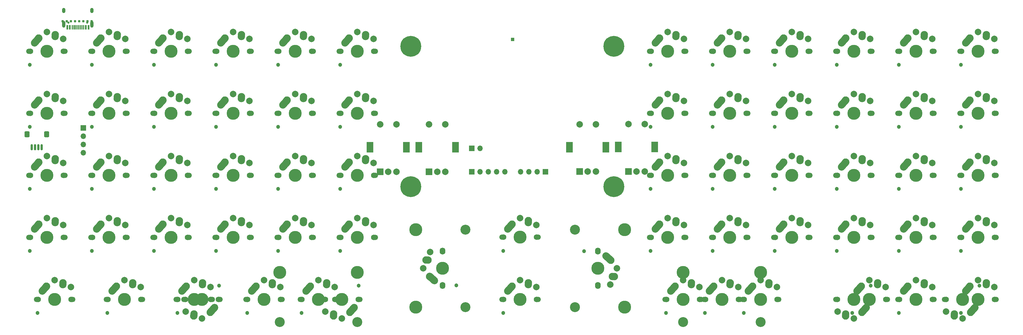
<source format=gbr>
%TF.GenerationSoftware,KiCad,Pcbnew,7.0.7*%
%TF.CreationDate,2023-09-28T00:00:25+02:00*%
%TF.ProjectId,32u4,33327534-2e6b-4696-9361-645f70636258,rev?*%
%TF.SameCoordinates,Original*%
%TF.FileFunction,Soldermask,Bot*%
%TF.FilePolarity,Negative*%
%FSLAX46Y46*%
G04 Gerber Fmt 4.6, Leading zero omitted, Abs format (unit mm)*
G04 Created by KiCad (PCBNEW 7.0.7) date 2023-09-28 00:00:25*
%MOMM*%
%LPD*%
G01*
G04 APERTURE LIST*
G04 Aperture macros list*
%AMRoundRect*
0 Rectangle with rounded corners*
0 $1 Rounding radius*
0 $2 $3 $4 $5 $6 $7 $8 $9 X,Y pos of 4 corners*
0 Add a 4 corners polygon primitive as box body*
4,1,4,$2,$3,$4,$5,$6,$7,$8,$9,$2,$3,0*
0 Add four circle primitives for the rounded corners*
1,1,$1+$1,$2,$3*
1,1,$1+$1,$4,$5*
1,1,$1+$1,$6,$7*
1,1,$1+$1,$8,$9*
0 Add four rect primitives between the rounded corners*
20,1,$1+$1,$2,$3,$4,$5,0*
20,1,$1+$1,$4,$5,$6,$7,0*
20,1,$1+$1,$6,$7,$8,$9,0*
20,1,$1+$1,$8,$9,$2,$3,0*%
%AMHorizOval*
0 Thick line with rounded ends*
0 $1 width*
0 $2 $3 position (X,Y) of the first rounded end (center of the circle)*
0 $4 $5 position (X,Y) of the second rounded end (center of the circle)*
0 Add line between two ends*
20,1,$1,$2,$3,$4,$5,0*
0 Add two circle primitives to create the rounded ends*
1,1,$1,$2,$3*
1,1,$1,$4,$5*%
G04 Aperture macros list end*
%ADD10C,1.700000*%
%ADD11C,1.200000*%
%ADD12C,1.750000*%
%ADD13C,3.987800*%
%ADD14HorizOval,2.250000X0.019771X0.290016X-0.019771X-0.290016X0*%
%ADD15C,2.250000*%
%ADD16C,2.000000*%
%ADD17HorizOval,2.250000X0.654995X0.730004X-0.654995X-0.730004X0*%
%ADD18C,0.800000*%
%ADD19C,6.400000*%
%ADD20R,1.700000X1.700000*%
%ADD21O,1.700000X1.700000*%
%ADD22HorizOval,2.250000X-0.019771X-0.290016X0.019771X0.290016X0*%
%ADD23HorizOval,2.250000X-0.654995X-0.730004X0.654995X0.730004X0*%
%ADD24C,3.048000*%
%ADD25R,1.000000X1.000000*%
%ADD26R,2.000000X2.000000*%
%ADD27R,2.000000X3.200000*%
%ADD28C,0.787400*%
%ADD29HorizOval,2.250000X0.290016X-0.019771X-0.290016X0.019771X0*%
%ADD30HorizOval,2.250000X0.730004X-0.654995X-0.730004X0.654995X0*%
%ADD31HorizOval,2.250000X-0.290016X0.019771X0.290016X-0.019771X0*%
%ADD32HorizOval,2.250000X-0.730004X0.654995X0.730004X-0.654995X0*%
%ADD33C,0.650000*%
%ADD34R,0.600000X1.450000*%
%ADD35R,0.300000X1.450000*%
%ADD36O,1.000000X1.600000*%
%ADD37O,1.000000X2.100000*%
%ADD38RoundRect,0.150000X-0.150000X-0.775000X0.150000X-0.775000X0.150000X0.775000X-0.150000X0.775000X0*%
%ADD39RoundRect,0.332800X-0.467200X-0.567200X0.467200X-0.567200X0.467200X0.567200X-0.467200X0.567200X0*%
G04 APERTURE END LIST*
D10*
%TO.C,SW14*%
X97700000Y-57050000D03*
D11*
X97980000Y-61250000D03*
D12*
X98120000Y-57050000D03*
D13*
X103200000Y-57050000D03*
D12*
X108280000Y-57050000D03*
D10*
X108700000Y-57050000D03*
D14*
X105719771Y-52259984D03*
D15*
X105740000Y-51970000D03*
D16*
X108200000Y-53250000D03*
D17*
X100044995Y-53779996D03*
D15*
X100700000Y-53050000D03*
D16*
X103200000Y-51150000D03*
%TD*%
D10*
%TO.C,SW35*%
X116750000Y-95150000D03*
D11*
X117030000Y-99350000D03*
D12*
X117170000Y-95150000D03*
D13*
X122250000Y-95150000D03*
D12*
X127330000Y-95150000D03*
D10*
X127750000Y-95150000D03*
D14*
X124769771Y-90359984D03*
D15*
X124790000Y-90070000D03*
D16*
X127250000Y-91350000D03*
D17*
X119094995Y-91879996D03*
D15*
X119750000Y-91150000D03*
D16*
X122250000Y-89250000D03*
%TD*%
D10*
%TO.C,SW15*%
X116750000Y-57050000D03*
D11*
X117030000Y-61250000D03*
D12*
X117170000Y-57050000D03*
D13*
X122250000Y-57050000D03*
D12*
X127330000Y-57050000D03*
D10*
X127750000Y-57050000D03*
D14*
X124769771Y-52259984D03*
D15*
X124790000Y-51970000D03*
D16*
X127250000Y-53250000D03*
D17*
X119094995Y-53779996D03*
D15*
X119750000Y-53050000D03*
D16*
X122250000Y-51150000D03*
%TD*%
D10*
%TO.C,SW31*%
X40550000Y-95150000D03*
D11*
X40830000Y-99350000D03*
D12*
X40970000Y-95150000D03*
D13*
X46050000Y-95150000D03*
D12*
X51130000Y-95150000D03*
D10*
X51550000Y-95150000D03*
D14*
X48569771Y-90359984D03*
D15*
X48590000Y-90070000D03*
D16*
X51050000Y-91350000D03*
D17*
X42894995Y-91879996D03*
D15*
X43550000Y-91150000D03*
D16*
X46050000Y-89250000D03*
%TD*%
D10*
%TO.C,SW25*%
X116750000Y-76100000D03*
D11*
X117030000Y-80300000D03*
D12*
X117170000Y-76100000D03*
D13*
X122250000Y-76100000D03*
D12*
X127330000Y-76100000D03*
D10*
X127750000Y-76100000D03*
D14*
X124769771Y-71309984D03*
D15*
X124790000Y-71020000D03*
D16*
X127250000Y-72300000D03*
D17*
X119094995Y-72829996D03*
D15*
X119750000Y-72100000D03*
D16*
X122250000Y-70200000D03*
%TD*%
D10*
%TO.C,SW1.1*%
X40550000Y-57050000D03*
D11*
X40830000Y-61250000D03*
D12*
X40970000Y-57050000D03*
D13*
X46050000Y-57050000D03*
D12*
X51130000Y-57050000D03*
D10*
X51550000Y-57050000D03*
D14*
X48569771Y-52259984D03*
D15*
X48590000Y-51970000D03*
D16*
X51050000Y-53250000D03*
D17*
X42894995Y-53779996D03*
D15*
X43550000Y-53050000D03*
D16*
X46050000Y-51150000D03*
%TD*%
D18*
%TO.C,REF\u002A\u002A*%
X136330000Y-79610000D03*
X137032944Y-77912944D03*
X137032944Y-81307056D03*
X138730000Y-77210000D03*
D19*
X138730000Y-79610000D03*
D18*
X138730000Y-82010000D03*
X140427056Y-77912944D03*
X140427056Y-81307056D03*
X141130000Y-79610000D03*
%TD*%
D20*
%TO.C,J1*%
X157370000Y-75055000D03*
D21*
X159910000Y-75055000D03*
X162450000Y-75055000D03*
X164990000Y-75055000D03*
X167530000Y-75055000D03*
%TD*%
D10*
%TO.C,SW47*%
X216762500Y-114200000D03*
D11*
X217042500Y-118400000D03*
D12*
X217182500Y-114200000D03*
D13*
X222262500Y-114200000D03*
D12*
X227342500Y-114200000D03*
D10*
X227762500Y-114200000D03*
D14*
X224782271Y-109409984D03*
D15*
X224802500Y-109120000D03*
D16*
X227262500Y-110400000D03*
D17*
X219107495Y-110929996D03*
D15*
X219762500Y-110200000D03*
D16*
X222262500Y-108300000D03*
%TD*%
D10*
%TO.C,SW2*%
X59600000Y-38000000D03*
D11*
X59880000Y-42200000D03*
D12*
X60020000Y-38000000D03*
D13*
X65100000Y-38000000D03*
D12*
X70180000Y-38000000D03*
D10*
X70600000Y-38000000D03*
D14*
X67619771Y-33209984D03*
D15*
X67640000Y-32920000D03*
D16*
X70100000Y-34200000D03*
D17*
X61944995Y-34729996D03*
D15*
X62600000Y-34000000D03*
D16*
X65100000Y-32100000D03*
%TD*%
D10*
%TO.C,SW12*%
X80125000Y-114200000D03*
D11*
X79845000Y-110000000D03*
D12*
X79705000Y-114200000D03*
D13*
X74625000Y-114200000D03*
D12*
X69545000Y-114200000D03*
D10*
X69125000Y-114200000D03*
D22*
X72105229Y-118990016D03*
D15*
X72085000Y-119280000D03*
D16*
X69625000Y-118000000D03*
D23*
X77780005Y-117470004D03*
D15*
X77125000Y-118200000D03*
D16*
X74625000Y-120100000D03*
%TD*%
D24*
%TO.C,REF\u002A\u002A*%
X246068750Y-121185000D03*
D13*
X246068750Y-105945000D03*
D24*
X222268750Y-121185000D03*
D13*
X222268750Y-105945000D03*
%TD*%
D10*
%TO.C,SW48*%
X88175000Y-114200000D03*
D11*
X88455000Y-118400000D03*
D12*
X88595000Y-114200000D03*
D13*
X93675000Y-114200000D03*
D12*
X98755000Y-114200000D03*
D10*
X99175000Y-114200000D03*
D14*
X96194771Y-109409984D03*
D15*
X96215000Y-109120000D03*
D16*
X98675000Y-110400000D03*
D17*
X90519995Y-110929996D03*
D15*
X91175000Y-110200000D03*
D16*
X93675000Y-108300000D03*
%TD*%
D10*
%TO.C,SW49*%
X273912500Y-114200000D03*
D11*
X274192500Y-118400000D03*
D12*
X274332500Y-114200000D03*
D13*
X279412500Y-114200000D03*
D12*
X284492500Y-114200000D03*
D10*
X284912500Y-114200000D03*
D14*
X281932271Y-109409984D03*
D15*
X281952500Y-109120000D03*
D16*
X284412500Y-110400000D03*
D17*
X276257495Y-110929996D03*
D15*
X276912500Y-110200000D03*
D16*
X279412500Y-108300000D03*
%TD*%
D18*
%TO.C,REF\u002A\u002A*%
X136320000Y-36500000D03*
X137022944Y-34802944D03*
X137022944Y-38197056D03*
X138720000Y-34100000D03*
D19*
X138720000Y-36500000D03*
D18*
X138720000Y-38900000D03*
X140417056Y-34802944D03*
X140417056Y-38197056D03*
X141120000Y-36500000D03*
%TD*%
D24*
%TO.C,REF\u002A\u002A*%
X122243750Y-121185000D03*
D13*
X122243750Y-105945000D03*
D24*
X98443750Y-121185000D03*
D13*
X98443750Y-105945000D03*
%TD*%
D10*
%TO.C,SW7*%
X231050000Y-38000000D03*
D11*
X231330000Y-42200000D03*
D12*
X231470000Y-38000000D03*
D13*
X236550000Y-38000000D03*
D12*
X241630000Y-38000000D03*
D10*
X242050000Y-38000000D03*
D14*
X239069771Y-33209984D03*
D15*
X239090000Y-32920000D03*
D16*
X241550000Y-34200000D03*
D17*
X233394995Y-34729996D03*
D15*
X234050000Y-34000000D03*
D16*
X236550000Y-32100000D03*
%TD*%
D25*
%TO.C,J4*%
X169900000Y-34370000D03*
%TD*%
D10*
%TO.C,SW51*%
X122987500Y-114200000D03*
D11*
X122707500Y-110000000D03*
D12*
X122567500Y-114200000D03*
D13*
X117487500Y-114200000D03*
D12*
X112407500Y-114200000D03*
D10*
X111987500Y-114200000D03*
D22*
X114967729Y-118990016D03*
D15*
X114947500Y-119280000D03*
D16*
X112487500Y-118000000D03*
D23*
X120642505Y-117470004D03*
D15*
X119987500Y-118200000D03*
D16*
X117487500Y-120100000D03*
%TD*%
D10*
%TO.C,SW30*%
X21500000Y-95150000D03*
D11*
X21780000Y-99350000D03*
D12*
X21920000Y-95150000D03*
D13*
X27000000Y-95150000D03*
D12*
X32080000Y-95150000D03*
D10*
X32500000Y-95150000D03*
D14*
X29519771Y-90359984D03*
D15*
X29540000Y-90070000D03*
D16*
X32000000Y-91350000D03*
D17*
X23844995Y-91879996D03*
D15*
X24500000Y-91150000D03*
D16*
X27000000Y-89250000D03*
%TD*%
D10*
%TO.C,SW40*%
X23881250Y-114200000D03*
D11*
X24161250Y-118400000D03*
D12*
X24301250Y-114200000D03*
D13*
X29381250Y-114200000D03*
D12*
X34461250Y-114200000D03*
D10*
X34881250Y-114200000D03*
D14*
X31901021Y-109409984D03*
D15*
X31921250Y-109120000D03*
D16*
X34381250Y-110400000D03*
D17*
X26226245Y-110929996D03*
D15*
X26881250Y-110200000D03*
D16*
X29381250Y-108300000D03*
%TD*%
D10*
%TO.C,SW1.0*%
X21500000Y-57050000D03*
D11*
X21780000Y-61250000D03*
D12*
X21920000Y-57050000D03*
D13*
X27000000Y-57050000D03*
D12*
X32080000Y-57050000D03*
D10*
X32500000Y-57050000D03*
D14*
X29519771Y-52259984D03*
D15*
X29540000Y-51970000D03*
D16*
X32000000Y-53250000D03*
D17*
X23844995Y-53779996D03*
D15*
X24500000Y-53050000D03*
D16*
X27000000Y-51150000D03*
%TD*%
D10*
%TO.C,SW8*%
X250100000Y-38000000D03*
D11*
X250380000Y-42200000D03*
D12*
X250520000Y-38000000D03*
D13*
X255600000Y-38000000D03*
D12*
X260680000Y-38000000D03*
D10*
X261100000Y-38000000D03*
D14*
X258119771Y-33209984D03*
D15*
X258140000Y-32920000D03*
D16*
X260600000Y-34200000D03*
D17*
X252444995Y-34729996D03*
D15*
X253100000Y-34000000D03*
D16*
X255600000Y-32100000D03*
%TD*%
D26*
%TO.C,ENCODERLEFT2*%
X129280000Y-75000000D03*
D16*
X134280000Y-75000000D03*
X131780000Y-75000000D03*
D27*
X126180000Y-67500000D03*
X137380000Y-67500000D03*
D16*
X134280000Y-60500000D03*
X129280000Y-60500000D03*
%TD*%
D10*
%TO.C,SW37*%
X231050000Y-95150000D03*
D11*
X231330000Y-99350000D03*
D12*
X231470000Y-95150000D03*
D13*
X236550000Y-95150000D03*
D12*
X241630000Y-95150000D03*
D10*
X242050000Y-95150000D03*
D14*
X239069771Y-90359984D03*
D15*
X239090000Y-90070000D03*
D16*
X241550000Y-91350000D03*
D17*
X233394995Y-91879996D03*
D15*
X234050000Y-91150000D03*
D16*
X236550000Y-89250000D03*
%TD*%
D10*
%TO.C,SW0*%
X21500000Y-38000000D03*
D11*
X21780000Y-42200000D03*
D12*
X21920000Y-38000000D03*
D13*
X27000000Y-38000000D03*
D12*
X32080000Y-38000000D03*
D10*
X32500000Y-38000000D03*
D14*
X29519771Y-33209984D03*
D15*
X29540000Y-32920000D03*
D16*
X32000000Y-34200000D03*
D17*
X23844995Y-34729996D03*
D15*
X24500000Y-34000000D03*
D16*
X27000000Y-32100000D03*
%TD*%
D26*
%TO.C,ENCODERLEFT1*%
X144280000Y-75000000D03*
D16*
X149280000Y-75000000D03*
X146780000Y-75000000D03*
D27*
X141180000Y-67500000D03*
X152380000Y-67500000D03*
D16*
X149280000Y-60500000D03*
X144280000Y-60500000D03*
%TD*%
D10*
%TO.C,SW32*%
X59600000Y-95150000D03*
D11*
X59880000Y-99350000D03*
D12*
X60020000Y-95150000D03*
D13*
X65100000Y-95150000D03*
D12*
X70180000Y-95150000D03*
D10*
X70600000Y-95150000D03*
D14*
X67619771Y-90359984D03*
D15*
X67640000Y-90070000D03*
D16*
X70100000Y-91350000D03*
D17*
X61944995Y-91879996D03*
D15*
X62600000Y-91150000D03*
D16*
X65100000Y-89250000D03*
%TD*%
D10*
%TO.C,SW41*%
X45312500Y-114200000D03*
D11*
X45592500Y-118400000D03*
D12*
X45732500Y-114200000D03*
D13*
X50812500Y-114200000D03*
D12*
X55892500Y-114200000D03*
D10*
X56312500Y-114200000D03*
D14*
X53332271Y-109409984D03*
D15*
X53352500Y-109120000D03*
D16*
X55812500Y-110400000D03*
D17*
X47657495Y-110929996D03*
D15*
X48312500Y-110200000D03*
D16*
X50812500Y-108300000D03*
%TD*%
D10*
%TO.C,SW1*%
X40550000Y-38000000D03*
D11*
X40830000Y-42200000D03*
D12*
X40970000Y-38000000D03*
D13*
X46050000Y-38000000D03*
D12*
X51130000Y-38000000D03*
D10*
X51550000Y-38000000D03*
D14*
X48569771Y-33209984D03*
D15*
X48590000Y-32920000D03*
D16*
X51050000Y-34200000D03*
D17*
X42894995Y-34729996D03*
D15*
X43550000Y-34000000D03*
D16*
X46050000Y-32100000D03*
%TD*%
D20*
%TO.C,J2*%
X179990000Y-75050000D03*
D21*
X177450000Y-75050000D03*
X174910000Y-75050000D03*
X172370000Y-75050000D03*
%TD*%
D10*
%TO.C,SW311*%
X307250000Y-95150000D03*
D11*
X307530000Y-99350000D03*
D12*
X307670000Y-95150000D03*
D13*
X312750000Y-95150000D03*
D12*
X317830000Y-95150000D03*
D10*
X318250000Y-95150000D03*
D14*
X315269771Y-90359984D03*
D15*
X315290000Y-90070000D03*
D16*
X317750000Y-91350000D03*
D17*
X309594995Y-91879996D03*
D15*
X310250000Y-91150000D03*
D16*
X312750000Y-89250000D03*
%TD*%
D10*
%TO.C,SW29*%
X269150000Y-76100000D03*
D11*
X269430000Y-80300000D03*
D12*
X269570000Y-76100000D03*
D13*
X274650000Y-76100000D03*
D12*
X279730000Y-76100000D03*
D10*
X280150000Y-76100000D03*
D14*
X277169771Y-71309984D03*
D15*
X277190000Y-71020000D03*
D16*
X279650000Y-72300000D03*
D17*
X271494995Y-72829996D03*
D15*
X272150000Y-72100000D03*
D16*
X274650000Y-70200000D03*
%TD*%
D10*
%TO.C,SW10*%
X288200000Y-38000000D03*
D11*
X288480000Y-42200000D03*
D12*
X288620000Y-38000000D03*
D13*
X293700000Y-38000000D03*
D12*
X298780000Y-38000000D03*
D10*
X299200000Y-38000000D03*
D14*
X296219771Y-33209984D03*
D15*
X296240000Y-32920000D03*
D16*
X298700000Y-34200000D03*
D17*
X290544995Y-34729996D03*
D15*
X291200000Y-34000000D03*
D16*
X293700000Y-32100000D03*
%TD*%
D10*
%TO.C,SW9*%
X269150000Y-38000000D03*
D11*
X269430000Y-42200000D03*
D12*
X269570000Y-38000000D03*
D13*
X274650000Y-38000000D03*
D12*
X279730000Y-38000000D03*
D10*
X280150000Y-38000000D03*
D14*
X277169771Y-33209984D03*
D15*
X277190000Y-32920000D03*
D16*
X279650000Y-34200000D03*
D17*
X271494995Y-34729996D03*
D15*
X272150000Y-34000000D03*
D16*
X274650000Y-32100000D03*
%TD*%
D10*
%TO.C,SW17*%
X231050000Y-57050000D03*
D11*
X231330000Y-61250000D03*
D12*
X231470000Y-57050000D03*
D13*
X236550000Y-57050000D03*
D12*
X241630000Y-57050000D03*
D10*
X242050000Y-57050000D03*
D14*
X239069771Y-52259984D03*
D15*
X239090000Y-51970000D03*
D16*
X241550000Y-53250000D03*
D17*
X233394995Y-53779996D03*
D15*
X234050000Y-53050000D03*
D16*
X236550000Y-51150000D03*
%TD*%
D10*
%TO.C,SW411*%
X313487500Y-114200000D03*
D11*
X313207500Y-110000000D03*
D12*
X313067500Y-114200000D03*
D13*
X307987500Y-114200000D03*
D12*
X302907500Y-114200000D03*
D10*
X302487500Y-114200000D03*
D22*
X305467729Y-118990016D03*
D15*
X305447500Y-119280000D03*
D16*
X302987500Y-118000000D03*
D23*
X311142505Y-117470004D03*
D15*
X310487500Y-118200000D03*
D16*
X307987500Y-120100000D03*
%TD*%
D18*
%TO.C,REF\u002A\u002A*%
X198610000Y-79610000D03*
X199312944Y-77912944D03*
X199312944Y-81307056D03*
X201010000Y-77210000D03*
D19*
X201010000Y-79610000D03*
D18*
X201010000Y-82010000D03*
X202707056Y-77912944D03*
X202707056Y-81307056D03*
X203410000Y-79610000D03*
%TD*%
D10*
%TO.C,SW211*%
X307250000Y-76100000D03*
D11*
X307530000Y-80300000D03*
D12*
X307670000Y-76100000D03*
D13*
X312750000Y-76100000D03*
D12*
X317830000Y-76100000D03*
D10*
X318250000Y-76100000D03*
D14*
X315269771Y-71309984D03*
D15*
X315290000Y-71020000D03*
D16*
X317750000Y-72300000D03*
D17*
X309594995Y-72829996D03*
D15*
X310250000Y-72100000D03*
D16*
X312750000Y-70200000D03*
%TD*%
D10*
%TO.C,SW19*%
X269150000Y-57050000D03*
D11*
X269430000Y-61250000D03*
D12*
X269570000Y-57050000D03*
D13*
X274650000Y-57050000D03*
D12*
X279730000Y-57050000D03*
D10*
X280150000Y-57050000D03*
D14*
X277169771Y-52259984D03*
D15*
X277190000Y-51970000D03*
D16*
X279650000Y-53250000D03*
D17*
X271494995Y-53779996D03*
D15*
X272150000Y-53050000D03*
D16*
X274650000Y-51150000D03*
%TD*%
D10*
%TO.C,SW33*%
X78650000Y-95150000D03*
D11*
X78930000Y-99350000D03*
D12*
X79070000Y-95150000D03*
D13*
X84150000Y-95150000D03*
D12*
X89230000Y-95150000D03*
D10*
X89650000Y-95150000D03*
D14*
X86669771Y-90359984D03*
D15*
X86690000Y-90070000D03*
D16*
X89150000Y-91350000D03*
D17*
X80994995Y-91879996D03*
D15*
X81650000Y-91150000D03*
D16*
X84150000Y-89250000D03*
%TD*%
D10*
%TO.C,SW110*%
X288200000Y-57050000D03*
D11*
X288480000Y-61250000D03*
D12*
X288620000Y-57050000D03*
D13*
X293700000Y-57050000D03*
D12*
X298780000Y-57050000D03*
D10*
X299200000Y-57050000D03*
D14*
X296219771Y-52259984D03*
D15*
X296240000Y-51970000D03*
D16*
X298700000Y-53250000D03*
D17*
X290544995Y-53779996D03*
D15*
X291200000Y-53050000D03*
D16*
X293700000Y-51150000D03*
%TD*%
D10*
%TO.C,SW36*%
X212000000Y-95150000D03*
D11*
X212280000Y-99350000D03*
D12*
X212420000Y-95150000D03*
D13*
X217500000Y-95150000D03*
D12*
X222580000Y-95150000D03*
D10*
X223000000Y-95150000D03*
D14*
X220019771Y-90359984D03*
D15*
X220040000Y-90070000D03*
D16*
X222500000Y-91350000D03*
D17*
X214344995Y-91879996D03*
D15*
X215000000Y-91150000D03*
D16*
X217500000Y-89250000D03*
%TD*%
D10*
%TO.C,SW6*%
X212000000Y-38000000D03*
D11*
X212280000Y-42200000D03*
D12*
X212420000Y-38000000D03*
D13*
X217500000Y-38000000D03*
D12*
X222580000Y-38000000D03*
D10*
X223000000Y-38000000D03*
D14*
X220019771Y-33209984D03*
D15*
X220040000Y-32920000D03*
D16*
X222500000Y-34200000D03*
D17*
X214344995Y-34729996D03*
D15*
X215000000Y-34000000D03*
D16*
X217500000Y-32100000D03*
%TD*%
D10*
%TO.C,SW53*%
X240575000Y-114200000D03*
D11*
X240855000Y-118400000D03*
D12*
X240995000Y-114200000D03*
D13*
X246075000Y-114200000D03*
D12*
X251155000Y-114200000D03*
D10*
X251575000Y-114200000D03*
D14*
X248594771Y-109409984D03*
D15*
X248615000Y-109120000D03*
D16*
X251075000Y-110400000D03*
D17*
X242919995Y-110929996D03*
D15*
X243575000Y-110200000D03*
D16*
X246075000Y-108300000D03*
%TD*%
D10*
%TO.C,SW39*%
X269150000Y-95150000D03*
D11*
X269430000Y-99350000D03*
D12*
X269570000Y-95150000D03*
D13*
X274650000Y-95150000D03*
D12*
X279730000Y-95150000D03*
D10*
X280150000Y-95150000D03*
D14*
X277169771Y-90359984D03*
D15*
X277190000Y-90070000D03*
D16*
X279650000Y-91350000D03*
D17*
X271494995Y-91879996D03*
D15*
X272150000Y-91150000D03*
D16*
X274650000Y-89250000D03*
%TD*%
D10*
%TO.C,SW57*%
X228668750Y-114200000D03*
D11*
X228948750Y-118400000D03*
D12*
X229088750Y-114200000D03*
D13*
X234168750Y-114200000D03*
D12*
X239248750Y-114200000D03*
D10*
X239668750Y-114200000D03*
D14*
X236688521Y-109409984D03*
D15*
X236708750Y-109120000D03*
D16*
X239168750Y-110400000D03*
D17*
X231013745Y-110929996D03*
D15*
X231668750Y-110200000D03*
D16*
X234168750Y-108300000D03*
%TD*%
D10*
%TO.C,SW38*%
X250100000Y-95150000D03*
D11*
X250380000Y-99350000D03*
D12*
X250520000Y-95150000D03*
D13*
X255600000Y-95150000D03*
D12*
X260680000Y-95150000D03*
D10*
X261100000Y-95150000D03*
D14*
X258119771Y-90359984D03*
D15*
X258140000Y-90070000D03*
D16*
X260600000Y-91350000D03*
D17*
X252444995Y-91879996D03*
D15*
X253100000Y-91150000D03*
D16*
X255600000Y-89250000D03*
%TD*%
D10*
%TO.C,SW52*%
X280150000Y-114200000D03*
D11*
X279870000Y-110000000D03*
D12*
X279730000Y-114200000D03*
D13*
X274650000Y-114200000D03*
D12*
X269570000Y-114200000D03*
D10*
X269150000Y-114200000D03*
D22*
X272130229Y-118990016D03*
D15*
X272110000Y-119280000D03*
D16*
X269650000Y-118000000D03*
D23*
X277805005Y-117470004D03*
D15*
X277150000Y-118200000D03*
D16*
X274650000Y-120100000D03*
%TD*%
D10*
%TO.C,SW11*%
X307250000Y-38000000D03*
D11*
X307530000Y-42200000D03*
D12*
X307670000Y-38000000D03*
D13*
X312750000Y-38000000D03*
D12*
X317830000Y-38000000D03*
D10*
X318250000Y-38000000D03*
D14*
X315269771Y-33209984D03*
D15*
X315290000Y-32920000D03*
D16*
X317750000Y-34200000D03*
D17*
X309594995Y-34729996D03*
D15*
X310250000Y-34000000D03*
D16*
X312750000Y-32100000D03*
%TD*%
D20*
%TO.C,J5*%
X157365000Y-67800000D03*
D21*
X159905000Y-67800000D03*
%TD*%
D10*
%TO.C,SW34*%
X97700000Y-95150000D03*
D11*
X97980000Y-99350000D03*
D12*
X98120000Y-95150000D03*
D13*
X103200000Y-95150000D03*
D12*
X108280000Y-95150000D03*
D10*
X108700000Y-95150000D03*
D14*
X105719771Y-90359984D03*
D15*
X105740000Y-90070000D03*
D16*
X108200000Y-91350000D03*
D17*
X100044995Y-91879996D03*
D15*
X100700000Y-91150000D03*
D16*
X103200000Y-89250000D03*
%TD*%
D10*
%TO.C,SW310*%
X288200000Y-95150000D03*
D11*
X288480000Y-99350000D03*
D12*
X288620000Y-95150000D03*
D13*
X293700000Y-95150000D03*
D12*
X298780000Y-95150000D03*
D10*
X299200000Y-95150000D03*
D14*
X296219771Y-90359984D03*
D15*
X296240000Y-90070000D03*
D16*
X298700000Y-91350000D03*
D17*
X290544995Y-91879996D03*
D15*
X291200000Y-91150000D03*
D16*
X293700000Y-89250000D03*
%TD*%
D10*
%TO.C,SW1.2*%
X59600000Y-57050000D03*
D11*
X59880000Y-61250000D03*
D12*
X60020000Y-57050000D03*
D13*
X65100000Y-57050000D03*
D12*
X70180000Y-57050000D03*
D10*
X70600000Y-57050000D03*
D14*
X67619771Y-52259984D03*
D15*
X67640000Y-51970000D03*
D16*
X70100000Y-53250000D03*
D17*
X61944995Y-53779996D03*
D15*
X62600000Y-53050000D03*
D16*
X65100000Y-51150000D03*
%TD*%
D28*
%TO.C,REF\u002A\u002A*%
X35660000Y-28790000D03*
X36930000Y-28790000D03*
X38200000Y-28790000D03*
X39470000Y-28790000D03*
X40740000Y-28790000D03*
%TD*%
D10*
%TO.C,SW23*%
X78650000Y-76100000D03*
D11*
X78930000Y-80300000D03*
D12*
X79070000Y-76100000D03*
D13*
X84150000Y-76100000D03*
D12*
X89230000Y-76100000D03*
D10*
X89650000Y-76100000D03*
D14*
X86669771Y-71309984D03*
D15*
X86690000Y-71020000D03*
D16*
X89150000Y-72300000D03*
D17*
X80994995Y-72829996D03*
D15*
X81650000Y-72100000D03*
D16*
X84150000Y-70200000D03*
%TD*%
D26*
%TO.C,ENCODERRIGHT2*%
X205470000Y-74920000D03*
D16*
X210470000Y-74920000D03*
X207970000Y-74920000D03*
D27*
X202370000Y-67420000D03*
X213570000Y-67420000D03*
D16*
X210470000Y-60420000D03*
X205470000Y-60420000D03*
%TD*%
D10*
%TO.C,SW111*%
X307250000Y-57050000D03*
D11*
X307530000Y-61250000D03*
D12*
X307670000Y-57050000D03*
D13*
X312750000Y-57050000D03*
D12*
X317830000Y-57050000D03*
D10*
X318250000Y-57050000D03*
D14*
X315269771Y-52259984D03*
D15*
X315290000Y-51970000D03*
D16*
X317750000Y-53250000D03*
D17*
X309594995Y-53779996D03*
D15*
X310250000Y-53050000D03*
D16*
X312750000Y-51150000D03*
%TD*%
D10*
%TO.C,SW13*%
X78650000Y-57050000D03*
D11*
X78930000Y-61250000D03*
D12*
X79070000Y-57050000D03*
D13*
X84150000Y-57050000D03*
D12*
X89230000Y-57050000D03*
D10*
X89650000Y-57050000D03*
D14*
X86669771Y-52259984D03*
D15*
X86690000Y-51970000D03*
D16*
X89150000Y-53250000D03*
D17*
X80994995Y-53779996D03*
D15*
X81650000Y-53050000D03*
D16*
X84150000Y-51150000D03*
%TD*%
D10*
%TO.C,SW44*%
X104843750Y-114200000D03*
D11*
X105123750Y-118400000D03*
D12*
X105263750Y-114200000D03*
D13*
X110343750Y-114200000D03*
D12*
X115423750Y-114200000D03*
D10*
X115843750Y-114200000D03*
D14*
X112863521Y-109409984D03*
D15*
X112883750Y-109120000D03*
D16*
X115343750Y-110400000D03*
D17*
X107188745Y-110929996D03*
D15*
X107843750Y-110200000D03*
D16*
X110343750Y-108300000D03*
%TD*%
D26*
%TO.C,ENCODERRIGHT1*%
X190470000Y-74980000D03*
D16*
X195470000Y-74980000D03*
X192970000Y-74980000D03*
D27*
X187370000Y-67480000D03*
X198570000Y-67480000D03*
D16*
X195470000Y-60480000D03*
X190470000Y-60480000D03*
%TD*%
D28*
%TO.C,REF\u002A\u002A*%
X31850000Y-28790000D03*
X33120000Y-28790000D03*
X34390000Y-28790000D03*
X35660000Y-28790000D03*
X36930000Y-28790000D03*
%TD*%
D10*
%TO.C,SW22*%
X59600000Y-76100000D03*
D11*
X59880000Y-80300000D03*
D12*
X60020000Y-76100000D03*
D13*
X65100000Y-76100000D03*
D12*
X70180000Y-76100000D03*
D10*
X70600000Y-76100000D03*
D14*
X67619771Y-71309984D03*
D15*
X67640000Y-71020000D03*
D16*
X70100000Y-72300000D03*
D17*
X61944995Y-72829996D03*
D15*
X62600000Y-72100000D03*
D16*
X65100000Y-70200000D03*
%TD*%
D18*
%TO.C,REF\u002A\u002A*%
X198600000Y-36480000D03*
X199302944Y-34782944D03*
X199302944Y-38177056D03*
X201000000Y-34080000D03*
D19*
X201000000Y-36480000D03*
D18*
X201000000Y-38880000D03*
X202697056Y-34782944D03*
X202697056Y-38177056D03*
X203400000Y-36480000D03*
%TD*%
D10*
%TO.C,SW16*%
X212000000Y-57050000D03*
D11*
X212280000Y-61250000D03*
D12*
X212420000Y-57050000D03*
D13*
X217500000Y-57050000D03*
D12*
X222580000Y-57050000D03*
D10*
X223000000Y-57050000D03*
D14*
X220019771Y-52259984D03*
D15*
X220040000Y-51970000D03*
D16*
X222500000Y-53250000D03*
D17*
X214344995Y-53779996D03*
D15*
X215000000Y-53050000D03*
D16*
X217500000Y-51150000D03*
%TD*%
D10*
%TO.C,SW20*%
X21500000Y-76100000D03*
D11*
X21780000Y-80300000D03*
D12*
X21920000Y-76100000D03*
D13*
X27000000Y-76100000D03*
D12*
X32080000Y-76100000D03*
D10*
X32500000Y-76100000D03*
D14*
X29519771Y-71309984D03*
D15*
X29540000Y-71020000D03*
D16*
X32000000Y-72300000D03*
D17*
X23844995Y-72829996D03*
D15*
X24500000Y-72100000D03*
D16*
X27000000Y-70200000D03*
%TD*%
D24*
%TO.C,REF\u002A\u002A*%
X155428750Y-92775000D03*
D13*
X140188750Y-92775000D03*
D24*
X155428750Y-116575000D03*
D13*
X140188750Y-116575000D03*
%TD*%
D10*
%TO.C,SW56*%
X166756250Y-114200000D03*
D11*
X167036250Y-118400000D03*
D12*
X167176250Y-114200000D03*
D13*
X172256250Y-114200000D03*
D12*
X177336250Y-114200000D03*
D10*
X177756250Y-114200000D03*
D14*
X174776021Y-109409984D03*
D15*
X174796250Y-109120000D03*
D16*
X177256250Y-110400000D03*
D17*
X169101245Y-110929996D03*
D15*
X169756250Y-110200000D03*
D16*
X172256250Y-108300000D03*
%TD*%
D10*
%TO.C,SW55*%
X166756250Y-95140000D03*
D11*
X167036250Y-99340000D03*
D12*
X167176250Y-95140000D03*
D13*
X172256250Y-95140000D03*
D12*
X177336250Y-95140000D03*
D10*
X177756250Y-95140000D03*
D14*
X174776021Y-90349984D03*
D15*
X174796250Y-90060000D03*
D16*
X177256250Y-91340000D03*
D17*
X169101245Y-91869996D03*
D15*
X169756250Y-91140000D03*
D16*
X172256250Y-89240000D03*
%TD*%
D10*
%TO.C,SW42*%
X66743750Y-114200000D03*
D11*
X67023750Y-118400000D03*
D12*
X67163750Y-114200000D03*
D13*
X72243750Y-114200000D03*
D12*
X77323750Y-114200000D03*
D10*
X77743750Y-114200000D03*
D14*
X74763521Y-109409984D03*
D15*
X74783750Y-109120000D03*
D16*
X77243750Y-110400000D03*
D17*
X69088745Y-110929996D03*
D15*
X69743750Y-110200000D03*
D16*
X72243750Y-108300000D03*
%TD*%
D10*
%TO.C,SW18*%
X250100000Y-57050000D03*
D11*
X250380000Y-61250000D03*
D12*
X250520000Y-57050000D03*
D13*
X255600000Y-57050000D03*
D12*
X260680000Y-57050000D03*
D10*
X261100000Y-57050000D03*
D14*
X258119771Y-52259984D03*
D15*
X258140000Y-51970000D03*
D16*
X260600000Y-53250000D03*
D17*
X252444995Y-53779996D03*
D15*
X253100000Y-53050000D03*
D16*
X255600000Y-51150000D03*
%TD*%
D10*
%TO.C,SW26*%
X212000000Y-76100000D03*
D11*
X212280000Y-80300000D03*
D12*
X212420000Y-76100000D03*
D13*
X217500000Y-76100000D03*
D12*
X222580000Y-76100000D03*
D10*
X223000000Y-76100000D03*
D14*
X220019771Y-71309984D03*
D15*
X220040000Y-71020000D03*
D16*
X222500000Y-72300000D03*
D17*
X214344995Y-72829996D03*
D15*
X215000000Y-72100000D03*
D16*
X217500000Y-70200000D03*
%TD*%
D10*
%TO.C,SW210*%
X288200000Y-76100000D03*
D11*
X288480000Y-80300000D03*
D12*
X288620000Y-76100000D03*
D13*
X293700000Y-76100000D03*
D12*
X298780000Y-76100000D03*
D10*
X299200000Y-76100000D03*
D14*
X296219771Y-71309984D03*
D15*
X296240000Y-71020000D03*
D16*
X298700000Y-72300000D03*
D17*
X290544995Y-72829996D03*
D15*
X291200000Y-72100000D03*
D16*
X293700000Y-70200000D03*
%TD*%
D10*
%TO.C,SW46*%
X196068750Y-99175000D03*
D11*
X191868750Y-99455000D03*
D12*
X196068750Y-99595000D03*
D13*
X196068750Y-104675000D03*
D12*
X196068750Y-109755000D03*
D10*
X196068750Y-110175000D03*
D29*
X200858766Y-107194771D03*
D15*
X201148750Y-107215000D03*
D16*
X199868750Y-109675000D03*
D30*
X199338754Y-101519995D03*
D15*
X200068750Y-102175000D03*
D16*
X201968750Y-104675000D03*
%TD*%
D10*
%TO.C,SW28*%
X250100000Y-76100000D03*
D11*
X250380000Y-80300000D03*
D12*
X250520000Y-76100000D03*
D13*
X255600000Y-76100000D03*
D12*
X260680000Y-76100000D03*
D10*
X261100000Y-76100000D03*
D14*
X258119771Y-71309984D03*
D15*
X258140000Y-71020000D03*
D16*
X260600000Y-72300000D03*
D17*
X252444995Y-72829996D03*
D15*
X253100000Y-72100000D03*
D16*
X255600000Y-70200000D03*
%TD*%
D10*
%TO.C,SW50*%
X288200000Y-114200000D03*
D11*
X288480000Y-118400000D03*
D12*
X288620000Y-114200000D03*
D13*
X293700000Y-114200000D03*
D12*
X298780000Y-114200000D03*
D10*
X299200000Y-114200000D03*
D14*
X296219771Y-109409984D03*
D15*
X296240000Y-109120000D03*
D16*
X298700000Y-110400000D03*
D17*
X290544995Y-110929996D03*
D15*
X291200000Y-110200000D03*
D16*
X293700000Y-108300000D03*
%TD*%
D10*
%TO.C,SW4*%
X97700000Y-38000000D03*
D11*
X97980000Y-42200000D03*
D12*
X98120000Y-38000000D03*
D13*
X103200000Y-38000000D03*
D12*
X108280000Y-38000000D03*
D10*
X108700000Y-38000000D03*
D14*
X105719771Y-33209984D03*
D15*
X105740000Y-32920000D03*
D16*
X108200000Y-34200000D03*
D17*
X100044995Y-34729996D03*
D15*
X100700000Y-34000000D03*
D16*
X103200000Y-32100000D03*
%TD*%
D24*
%TO.C,REF\u002A\u002A*%
X189083750Y-116575000D03*
D13*
X204323750Y-116575000D03*
D24*
X189083750Y-92775000D03*
D13*
X204323750Y-92775000D03*
%TD*%
D10*
%TO.C,SW27*%
X231050000Y-76100000D03*
D11*
X231330000Y-80300000D03*
D12*
X231470000Y-76100000D03*
D13*
X236550000Y-76100000D03*
D12*
X241630000Y-76100000D03*
D10*
X242050000Y-76100000D03*
D14*
X239069771Y-71309984D03*
D15*
X239090000Y-71020000D03*
D16*
X241550000Y-72300000D03*
D17*
X233394995Y-72829996D03*
D15*
X234050000Y-72100000D03*
D16*
X236550000Y-70200000D03*
%TD*%
D10*
%TO.C,SW21*%
X40550000Y-76100000D03*
D11*
X40830000Y-80300000D03*
D12*
X40970000Y-76100000D03*
D13*
X46050000Y-76100000D03*
D12*
X51130000Y-76100000D03*
D10*
X51550000Y-76100000D03*
D14*
X48569771Y-71309984D03*
D15*
X48590000Y-71020000D03*
D16*
X51050000Y-72300000D03*
D17*
X42894995Y-72829996D03*
D15*
X43550000Y-72100000D03*
D16*
X46050000Y-70200000D03*
%TD*%
D10*
%TO.C,SW3*%
X78650000Y-38000000D03*
D11*
X78930000Y-42200000D03*
D12*
X79070000Y-38000000D03*
D13*
X84150000Y-38000000D03*
D12*
X89230000Y-38000000D03*
D10*
X89650000Y-38000000D03*
D14*
X86669771Y-33209984D03*
D15*
X86690000Y-32920000D03*
D16*
X89150000Y-34200000D03*
D17*
X80994995Y-34729996D03*
D15*
X81650000Y-34000000D03*
D16*
X84150000Y-32100000D03*
%TD*%
D10*
%TO.C,SW45*%
X148443750Y-110175000D03*
D11*
X152643750Y-109895000D03*
D12*
X148443750Y-109755000D03*
D13*
X148443750Y-104675000D03*
D12*
X148443750Y-99595000D03*
D10*
X148443750Y-99175000D03*
D31*
X143653734Y-102155229D03*
D15*
X143363750Y-102135000D03*
D16*
X144643750Y-99675000D03*
D32*
X145173746Y-107830005D03*
D15*
X144443750Y-107175000D03*
D16*
X142543750Y-104675000D03*
%TD*%
D10*
%TO.C,SW43*%
X307250000Y-114200000D03*
D11*
X307530000Y-118400000D03*
D12*
X307670000Y-114200000D03*
D13*
X312750000Y-114200000D03*
D12*
X317830000Y-114200000D03*
D10*
X318250000Y-114200000D03*
D14*
X315269771Y-109409984D03*
D15*
X315290000Y-109120000D03*
D16*
X317750000Y-110400000D03*
D17*
X309594995Y-110929996D03*
D15*
X310250000Y-110200000D03*
D16*
X312750000Y-108300000D03*
%TD*%
D10*
%TO.C,SW24*%
X97700000Y-76100000D03*
D11*
X97980000Y-80300000D03*
D12*
X98120000Y-76100000D03*
D13*
X103200000Y-76100000D03*
D12*
X108280000Y-76100000D03*
D10*
X108700000Y-76100000D03*
D14*
X105719771Y-71309984D03*
D15*
X105740000Y-71020000D03*
D16*
X108200000Y-72300000D03*
D17*
X100044995Y-72829996D03*
D15*
X100700000Y-72100000D03*
D16*
X103200000Y-70200000D03*
%TD*%
D10*
%TO.C,SW5*%
X116750000Y-38000000D03*
D11*
X117030000Y-42200000D03*
D12*
X117170000Y-38000000D03*
D13*
X122250000Y-38000000D03*
D12*
X127330000Y-38000000D03*
D10*
X127750000Y-38000000D03*
D14*
X124769771Y-33209984D03*
D15*
X124790000Y-32920000D03*
D16*
X127250000Y-34200000D03*
D17*
X119094995Y-34729996D03*
D15*
X119750000Y-34000000D03*
D16*
X122250000Y-32100000D03*
%TD*%
D20*
%TO.C,J6*%
X38165000Y-61540000D03*
D21*
X38165000Y-64080000D03*
X38165000Y-66620000D03*
X38165000Y-69160000D03*
%TD*%
D33*
%TO.C,J0*%
X33640000Y-29190000D03*
X39420000Y-29190000D03*
D34*
X33280000Y-30635000D03*
X34080000Y-30635000D03*
D35*
X35280000Y-30635000D03*
X36280000Y-30635000D03*
X36780000Y-30635000D03*
X37780000Y-30635000D03*
D34*
X38980000Y-30635000D03*
X39780000Y-30635000D03*
X39780000Y-30635000D03*
X38980000Y-30635000D03*
D35*
X38280000Y-30635000D03*
X37280000Y-30635000D03*
X35780000Y-30635000D03*
X34780000Y-30635000D03*
D34*
X34080000Y-30635000D03*
X33280000Y-30635000D03*
D36*
X32210000Y-25540000D03*
D37*
X32210000Y-29720000D03*
D36*
X40850000Y-25540000D03*
D37*
X40850000Y-29720000D03*
%TD*%
D38*
%TO.C,J3*%
X22400000Y-67510000D03*
X23400000Y-67510000D03*
X24400000Y-67510000D03*
X25400000Y-67510000D03*
D39*
X20900000Y-63485000D03*
X26900000Y-63485000D03*
%TD*%
M02*

</source>
